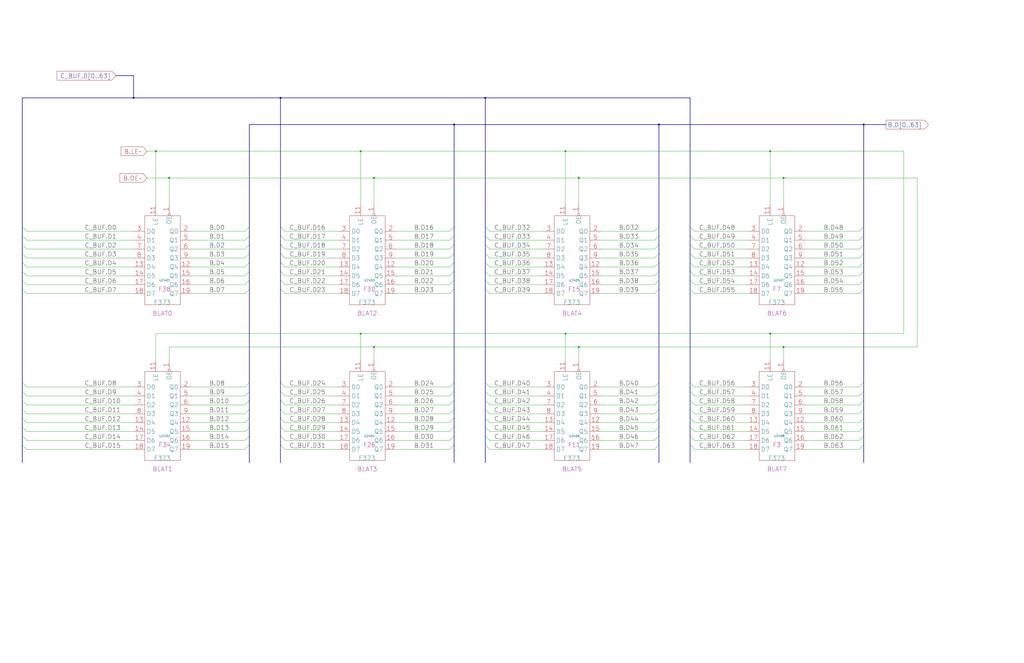
<source format=kicad_sch>
(kicad_sch (version 20220126) (generator eeschema)
  (paper "User" 584.2 378.46)
  (title_block (title "B LATCH") (date "15-MAR-90") (rev "1.0") (comment 1 "TYPE") (comment 2 "232-003062") (comment 3 "S400") (comment 4 "RELEASED"))
  (lib_symbols
    (symbol "r1000:F373" (pin_names (offset 1.016))
      (property "Reference" "U" (at 2.54 5.08 0))
      (property "Value" "F373" (at -3.81 -7.62 0))
      (property "Location" "___" (at -1.27 0 0))
      (property "Name" "______" (at 1.27 -15.24 0))
      (symbol "F373_1_1"
        (rectangle (start -8.89 41.91) (end 11.43 -8.89))
        (circle (center 5.08 42.545) (radius 0.635))
        (pin input line (at 5.08 48.26 270) (length 5.08) (name "OE") (number "1"))
        (pin input line (at -2.54 48.26 270) (length 6.35) (name "LE") (number "11"))
        (pin tri_state line (at 17.78 12.7 180) (length 6.35) (name "Q4") (number "12"))
        (pin input line (at -15.24 12.7 0) (length 6.35) (name "D4") (number "13"))
        (pin input line (at -15.24 7.62 0) (length 6.35) (name "D5") (number "14"))
        (pin tri_state line (at 17.78 7.62 180) (length 6.35) (name "Q5") (number "15"))
        (pin tri_state line (at 17.78 2.54 180) (length 6.35) (name "Q6") (number "16"))
        (pin input line (at -15.24 2.54 0) (length 6.35) (name "D6") (number "17"))
        (pin input line (at -15.24 -2.54 0) (length 6.35) (name "D7") (number "18"))
        (pin tri_state line (at 17.78 -2.54 180) (length 6.35) (name "Q7") (number "19"))
        (pin tri_state line (at 17.78 33.02 180) (length 6.35) (name "Q0") (number "2"))
        (pin input line (at -15.24 33.02 0) (length 6.35) (name "D0") (number "3"))
        (pin input line (at -15.24 27.94 0) (length 6.35) (name "D1") (number "4"))
        (pin tri_state line (at 17.78 27.94 180) (length 6.35) (name "Q1") (number "5"))
        (pin tri_state line (at 17.78 22.86 180) (length 6.35) (name "Q2") (number "6"))
        (pin input line (at -15.24 22.86 0) (length 6.35) (name "D2") (number "7"))
        (pin input line (at -15.24 17.78 0) (length 6.35) (name "D3") (number "8"))
        (pin tri_state line (at 17.78 17.78 180) (length 6.35) (name "Q3") (number "9"))
      )
    )
  )
  (bus (pts (xy 12.7 129.54) (xy 12.7 134.62)))
  (bus (pts (xy 12.7 134.62) (xy 12.7 139.7)))
  (bus (pts (xy 12.7 139.7) (xy 12.7 144.78)))
  (bus (pts (xy 12.7 144.78) (xy 12.7 149.86)))
  (bus (pts (xy 12.7 149.86) (xy 12.7 154.94)))
  (bus (pts (xy 12.7 154.94) (xy 12.7 160.02)))
  (bus (pts (xy 12.7 160.02) (xy 12.7 165.1)))
  (bus (pts (xy 12.7 165.1) (xy 12.7 218.44)))
  (bus (pts (xy 12.7 218.44) (xy 12.7 223.52)))
  (bus (pts (xy 12.7 223.52) (xy 12.7 228.6)))
  (bus (pts (xy 12.7 228.6) (xy 12.7 233.68)))
  (bus (pts (xy 12.7 233.68) (xy 12.7 238.76)))
  (bus (pts (xy 12.7 238.76) (xy 12.7 243.84)))
  (bus (pts (xy 12.7 243.84) (xy 12.7 248.92)))
  (bus (pts (xy 12.7 248.92) (xy 12.7 254)))
  (bus (pts (xy 12.7 254) (xy 12.7 264.16)))
  (bus (pts (xy 12.7 55.88) (xy 12.7 129.54)))
  (bus (pts (xy 12.7 55.88) (xy 76.2 55.88)))
  (bus (pts (xy 142.24 129.54) (xy 142.24 134.62)))
  (bus (pts (xy 142.24 134.62) (xy 142.24 139.7)))
  (bus (pts (xy 142.24 139.7) (xy 142.24 144.78)))
  (bus (pts (xy 142.24 144.78) (xy 142.24 149.86)))
  (bus (pts (xy 142.24 149.86) (xy 142.24 154.94)))
  (bus (pts (xy 142.24 154.94) (xy 142.24 160.02)))
  (bus (pts (xy 142.24 160.02) (xy 142.24 165.1)))
  (bus (pts (xy 142.24 165.1) (xy 142.24 218.44)))
  (bus (pts (xy 142.24 218.44) (xy 142.24 223.52)))
  (bus (pts (xy 142.24 223.52) (xy 142.24 228.6)))
  (bus (pts (xy 142.24 228.6) (xy 142.24 233.68)))
  (bus (pts (xy 142.24 233.68) (xy 142.24 238.76)))
  (bus (pts (xy 142.24 238.76) (xy 142.24 243.84)))
  (bus (pts (xy 142.24 243.84) (xy 142.24 248.92)))
  (bus (pts (xy 142.24 248.92) (xy 142.24 254)))
  (bus (pts (xy 142.24 254) (xy 142.24 264.16)))
  (bus (pts (xy 142.24 71.12) (xy 142.24 129.54)))
  (bus (pts (xy 142.24 71.12) (xy 259.08 71.12)))
  (bus (pts (xy 160.02 129.54) (xy 160.02 134.62)))
  (bus (pts (xy 160.02 134.62) (xy 160.02 139.7)))
  (bus (pts (xy 160.02 139.7) (xy 160.02 144.78)))
  (bus (pts (xy 160.02 144.78) (xy 160.02 149.86)))
  (bus (pts (xy 160.02 149.86) (xy 160.02 154.94)))
  (bus (pts (xy 160.02 154.94) (xy 160.02 160.02)))
  (bus (pts (xy 160.02 160.02) (xy 160.02 165.1)))
  (bus (pts (xy 160.02 165.1) (xy 160.02 218.44)))
  (bus (pts (xy 160.02 218.44) (xy 160.02 223.52)))
  (bus (pts (xy 160.02 223.52) (xy 160.02 228.6)))
  (bus (pts (xy 160.02 228.6) (xy 160.02 233.68)))
  (bus (pts (xy 160.02 233.68) (xy 160.02 238.76)))
  (bus (pts (xy 160.02 238.76) (xy 160.02 243.84)))
  (bus (pts (xy 160.02 243.84) (xy 160.02 248.92)))
  (bus (pts (xy 160.02 248.92) (xy 160.02 254)))
  (bus (pts (xy 160.02 254) (xy 160.02 264.16)))
  (bus (pts (xy 160.02 55.88) (xy 160.02 129.54)))
  (bus (pts (xy 160.02 55.88) (xy 276.86 55.88)))
  (bus (pts (xy 259.08 129.54) (xy 259.08 134.62)))
  (bus (pts (xy 259.08 134.62) (xy 259.08 139.7)))
  (bus (pts (xy 259.08 139.7) (xy 259.08 144.78)))
  (bus (pts (xy 259.08 144.78) (xy 259.08 149.86)))
  (bus (pts (xy 259.08 149.86) (xy 259.08 154.94)))
  (bus (pts (xy 259.08 154.94) (xy 259.08 160.02)))
  (bus (pts (xy 259.08 160.02) (xy 259.08 165.1)))
  (bus (pts (xy 259.08 165.1) (xy 259.08 218.44)))
  (bus (pts (xy 259.08 218.44) (xy 259.08 223.52)))
  (bus (pts (xy 259.08 223.52) (xy 259.08 228.6)))
  (bus (pts (xy 259.08 228.6) (xy 259.08 233.68)))
  (bus (pts (xy 259.08 233.68) (xy 259.08 238.76)))
  (bus (pts (xy 259.08 238.76) (xy 259.08 243.84)))
  (bus (pts (xy 259.08 243.84) (xy 259.08 248.92)))
  (bus (pts (xy 259.08 248.92) (xy 259.08 254)))
  (bus (pts (xy 259.08 254) (xy 259.08 264.16)))
  (bus (pts (xy 259.08 71.12) (xy 259.08 129.54)))
  (bus (pts (xy 259.08 71.12) (xy 375.92 71.12)))
  (bus (pts (xy 276.86 129.54) (xy 276.86 134.62)))
  (bus (pts (xy 276.86 134.62) (xy 276.86 139.7)))
  (bus (pts (xy 276.86 139.7) (xy 276.86 144.78)))
  (bus (pts (xy 276.86 144.78) (xy 276.86 149.86)))
  (bus (pts (xy 276.86 149.86) (xy 276.86 154.94)))
  (bus (pts (xy 276.86 154.94) (xy 276.86 160.02)))
  (bus (pts (xy 276.86 160.02) (xy 276.86 165.1)))
  (bus (pts (xy 276.86 165.1) (xy 276.86 218.44)))
  (bus (pts (xy 276.86 218.44) (xy 276.86 223.52)))
  (bus (pts (xy 276.86 223.52) (xy 276.86 228.6)))
  (bus (pts (xy 276.86 228.6) (xy 276.86 233.68)))
  (bus (pts (xy 276.86 233.68) (xy 276.86 238.76)))
  (bus (pts (xy 276.86 238.76) (xy 276.86 243.84)))
  (bus (pts (xy 276.86 243.84) (xy 276.86 248.92)))
  (bus (pts (xy 276.86 248.92) (xy 276.86 254)))
  (bus (pts (xy 276.86 254) (xy 276.86 264.16)))
  (bus (pts (xy 276.86 55.88) (xy 276.86 129.54)))
  (bus (pts (xy 276.86 55.88) (xy 393.7 55.88)))
  (bus (pts (xy 375.92 129.54) (xy 375.92 134.62)))
  (bus (pts (xy 375.92 134.62) (xy 375.92 139.7)))
  (bus (pts (xy 375.92 139.7) (xy 375.92 144.78)))
  (bus (pts (xy 375.92 144.78) (xy 375.92 149.86)))
  (bus (pts (xy 375.92 149.86) (xy 375.92 154.94)))
  (bus (pts (xy 375.92 154.94) (xy 375.92 160.02)))
  (bus (pts (xy 375.92 160.02) (xy 375.92 165.1)))
  (bus (pts (xy 375.92 165.1) (xy 375.92 218.44)))
  (bus (pts (xy 375.92 218.44) (xy 375.92 223.52)))
  (bus (pts (xy 375.92 223.52) (xy 375.92 228.6)))
  (bus (pts (xy 375.92 228.6) (xy 375.92 233.68)))
  (bus (pts (xy 375.92 233.68) (xy 375.92 238.76)))
  (bus (pts (xy 375.92 238.76) (xy 375.92 243.84)))
  (bus (pts (xy 375.92 243.84) (xy 375.92 248.92)))
  (bus (pts (xy 375.92 248.92) (xy 375.92 254)))
  (bus (pts (xy 375.92 254) (xy 375.92 264.16)))
  (bus (pts (xy 375.92 71.12) (xy 375.92 129.54)))
  (bus (pts (xy 375.92 71.12) (xy 492.76 71.12)))
  (bus (pts (xy 393.7 129.54) (xy 393.7 134.62)))
  (bus (pts (xy 393.7 134.62) (xy 393.7 139.7)))
  (bus (pts (xy 393.7 139.7) (xy 393.7 144.78)))
  (bus (pts (xy 393.7 144.78) (xy 393.7 149.86)))
  (bus (pts (xy 393.7 149.86) (xy 393.7 154.94)))
  (bus (pts (xy 393.7 154.94) (xy 393.7 160.02)))
  (bus (pts (xy 393.7 160.02) (xy 393.7 165.1)))
  (bus (pts (xy 393.7 165.1) (xy 393.7 218.44)))
  (bus (pts (xy 393.7 218.44) (xy 393.7 223.52)))
  (bus (pts (xy 393.7 223.52) (xy 393.7 228.6)))
  (bus (pts (xy 393.7 228.6) (xy 393.7 233.68)))
  (bus (pts (xy 393.7 233.68) (xy 393.7 238.76)))
  (bus (pts (xy 393.7 238.76) (xy 393.7 243.84)))
  (bus (pts (xy 393.7 243.84) (xy 393.7 248.92)))
  (bus (pts (xy 393.7 248.92) (xy 393.7 254)))
  (bus (pts (xy 393.7 254) (xy 393.7 264.16)))
  (bus (pts (xy 393.7 55.88) (xy 393.7 129.54)))
  (bus (pts (xy 492.76 129.54) (xy 492.76 134.62)))
  (bus (pts (xy 492.76 134.62) (xy 492.76 139.7)))
  (bus (pts (xy 492.76 139.7) (xy 492.76 144.78)))
  (bus (pts (xy 492.76 144.78) (xy 492.76 149.86)))
  (bus (pts (xy 492.76 149.86) (xy 492.76 154.94)))
  (bus (pts (xy 492.76 154.94) (xy 492.76 160.02)))
  (bus (pts (xy 492.76 160.02) (xy 492.76 165.1)))
  (bus (pts (xy 492.76 165.1) (xy 492.76 218.44)))
  (bus (pts (xy 492.76 218.44) (xy 492.76 223.52)))
  (bus (pts (xy 492.76 223.52) (xy 492.76 228.6)))
  (bus (pts (xy 492.76 228.6) (xy 492.76 233.68)))
  (bus (pts (xy 492.76 233.68) (xy 492.76 238.76)))
  (bus (pts (xy 492.76 238.76) (xy 492.76 243.84)))
  (bus (pts (xy 492.76 243.84) (xy 492.76 248.92)))
  (bus (pts (xy 492.76 248.92) (xy 492.76 254)))
  (bus (pts (xy 492.76 254) (xy 492.76 264.16)))
  (bus (pts (xy 492.76 71.12) (xy 492.76 129.54)))
  (bus (pts (xy 492.76 71.12) (xy 505.46 71.12)))
  (bus (pts (xy 66.04 43.18) (xy 76.2 43.18)))
  (bus (pts (xy 76.2 43.18) (xy 76.2 55.88)))
  (bus (pts (xy 76.2 55.88) (xy 160.02 55.88)))
  (wire (pts (xy 109.22 132.08) (xy 139.7 132.08)))
  (wire (pts (xy 109.22 137.16) (xy 139.7 137.16)))
  (wire (pts (xy 109.22 142.24) (xy 139.7 142.24)))
  (wire (pts (xy 109.22 147.32) (xy 139.7 147.32)))
  (wire (pts (xy 109.22 152.4) (xy 139.7 152.4)))
  (wire (pts (xy 109.22 157.48) (xy 139.7 157.48)))
  (wire (pts (xy 109.22 162.56) (xy 139.7 162.56)))
  (wire (pts (xy 109.22 167.64) (xy 139.7 167.64)))
  (wire (pts (xy 109.22 220.98) (xy 139.7 220.98)))
  (wire (pts (xy 109.22 226.06) (xy 139.7 226.06)))
  (wire (pts (xy 109.22 231.14) (xy 139.7 231.14)))
  (wire (pts (xy 109.22 236.22) (xy 139.7 236.22)))
  (wire (pts (xy 109.22 241.3) (xy 139.7 241.3)))
  (wire (pts (xy 109.22 246.38) (xy 139.7 246.38)))
  (wire (pts (xy 109.22 251.46) (xy 139.7 251.46)))
  (wire (pts (xy 109.22 256.54) (xy 139.7 256.54)))
  (wire (pts (xy 15.24 132.08) (xy 76.2 132.08)))
  (wire (pts (xy 15.24 137.16) (xy 76.2 137.16)))
  (wire (pts (xy 15.24 142.24) (xy 76.2 142.24)))
  (wire (pts (xy 15.24 147.32) (xy 76.2 147.32)))
  (wire (pts (xy 15.24 152.4) (xy 76.2 152.4)))
  (wire (pts (xy 15.24 157.48) (xy 76.2 157.48)))
  (wire (pts (xy 15.24 162.56) (xy 76.2 162.56)))
  (wire (pts (xy 15.24 167.64) (xy 76.2 167.64)))
  (wire (pts (xy 15.24 220.98) (xy 76.2 220.98)))
  (wire (pts (xy 15.24 226.06) (xy 76.2 226.06)))
  (wire (pts (xy 15.24 231.14) (xy 76.2 231.14)))
  (wire (pts (xy 15.24 236.22) (xy 76.2 236.22)))
  (wire (pts (xy 15.24 241.3) (xy 76.2 241.3)))
  (wire (pts (xy 15.24 246.38) (xy 76.2 246.38)))
  (wire (pts (xy 15.24 251.46) (xy 76.2 251.46)))
  (wire (pts (xy 15.24 256.54) (xy 76.2 256.54)))
  (wire (pts (xy 162.56 132.08) (xy 193.04 132.08)))
  (wire (pts (xy 162.56 137.16) (xy 193.04 137.16)))
  (wire (pts (xy 162.56 142.24) (xy 193.04 142.24)))
  (wire (pts (xy 162.56 147.32) (xy 193.04 147.32)))
  (wire (pts (xy 162.56 152.4) (xy 193.04 152.4)))
  (wire (pts (xy 162.56 157.48) (xy 193.04 157.48)))
  (wire (pts (xy 162.56 162.56) (xy 193.04 162.56)))
  (wire (pts (xy 162.56 167.64) (xy 193.04 167.64)))
  (wire (pts (xy 162.56 220.98) (xy 193.04 220.98)))
  (wire (pts (xy 162.56 226.06) (xy 193.04 226.06)))
  (wire (pts (xy 162.56 231.14) (xy 193.04 231.14)))
  (wire (pts (xy 162.56 236.22) (xy 193.04 236.22)))
  (wire (pts (xy 162.56 241.3) (xy 193.04 241.3)))
  (wire (pts (xy 162.56 246.38) (xy 193.04 246.38)))
  (wire (pts (xy 162.56 251.46) (xy 193.04 251.46)))
  (wire (pts (xy 162.56 256.54) (xy 193.04 256.54)))
  (wire (pts (xy 205.74 190.5) (xy 205.74 205.74)))
  (wire (pts (xy 205.74 190.5) (xy 88.9 190.5)))
  (wire (pts (xy 205.74 86.36) (xy 205.74 116.84)))
  (wire (pts (xy 205.74 86.36) (xy 322.58 86.36)))
  (wire (pts (xy 213.36 101.6) (xy 213.36 116.84)))
  (wire (pts (xy 213.36 101.6) (xy 330.2 101.6)))
  (wire (pts (xy 213.36 198.12) (xy 213.36 205.74)))
  (wire (pts (xy 213.36 198.12) (xy 96.52 198.12)))
  (wire (pts (xy 226.06 132.08) (xy 256.54 132.08)))
  (wire (pts (xy 226.06 137.16) (xy 256.54 137.16)))
  (wire (pts (xy 226.06 142.24) (xy 256.54 142.24)))
  (wire (pts (xy 226.06 147.32) (xy 256.54 147.32)))
  (wire (pts (xy 226.06 152.4) (xy 256.54 152.4)))
  (wire (pts (xy 226.06 157.48) (xy 256.54 157.48)))
  (wire (pts (xy 226.06 162.56) (xy 256.54 162.56)))
  (wire (pts (xy 226.06 167.64) (xy 256.54 167.64)))
  (wire (pts (xy 226.06 220.98) (xy 256.54 220.98)))
  (wire (pts (xy 226.06 226.06) (xy 256.54 226.06)))
  (wire (pts (xy 226.06 231.14) (xy 256.54 231.14)))
  (wire (pts (xy 226.06 236.22) (xy 256.54 236.22)))
  (wire (pts (xy 226.06 241.3) (xy 256.54 241.3)))
  (wire (pts (xy 226.06 246.38) (xy 256.54 246.38)))
  (wire (pts (xy 226.06 251.46) (xy 256.54 251.46)))
  (wire (pts (xy 226.06 256.54) (xy 256.54 256.54)))
  (wire (pts (xy 279.4 132.08) (xy 309.88 132.08)))
  (wire (pts (xy 279.4 137.16) (xy 309.88 137.16)))
  (wire (pts (xy 279.4 142.24) (xy 309.88 142.24)))
  (wire (pts (xy 279.4 147.32) (xy 309.88 147.32)))
  (wire (pts (xy 279.4 152.4) (xy 309.88 152.4)))
  (wire (pts (xy 279.4 157.48) (xy 309.88 157.48)))
  (wire (pts (xy 279.4 162.56) (xy 309.88 162.56)))
  (wire (pts (xy 279.4 167.64) (xy 309.88 167.64)))
  (wire (pts (xy 279.4 220.98) (xy 309.88 220.98)))
  (wire (pts (xy 279.4 226.06) (xy 309.88 226.06)))
  (wire (pts (xy 279.4 231.14) (xy 309.88 231.14)))
  (wire (pts (xy 279.4 236.22) (xy 309.88 236.22)))
  (wire (pts (xy 279.4 241.3) (xy 309.88 241.3)))
  (wire (pts (xy 279.4 246.38) (xy 309.88 246.38)))
  (wire (pts (xy 279.4 251.46) (xy 309.88 251.46)))
  (wire (pts (xy 279.4 256.54) (xy 309.88 256.54)))
  (wire (pts (xy 322.58 190.5) (xy 205.74 190.5)))
  (wire (pts (xy 322.58 190.5) (xy 322.58 205.74)))
  (wire (pts (xy 322.58 86.36) (xy 322.58 116.84)))
  (wire (pts (xy 322.58 86.36) (xy 439.42 86.36)))
  (wire (pts (xy 330.2 101.6) (xy 330.2 116.84)))
  (wire (pts (xy 330.2 101.6) (xy 447.04 101.6)))
  (wire (pts (xy 330.2 198.12) (xy 213.36 198.12)))
  (wire (pts (xy 330.2 198.12) (xy 330.2 205.74)))
  (wire (pts (xy 342.9 132.08) (xy 373.38 132.08)))
  (wire (pts (xy 342.9 137.16) (xy 373.38 137.16)))
  (wire (pts (xy 342.9 142.24) (xy 373.38 142.24)))
  (wire (pts (xy 342.9 147.32) (xy 373.38 147.32)))
  (wire (pts (xy 342.9 152.4) (xy 373.38 152.4)))
  (wire (pts (xy 342.9 157.48) (xy 373.38 157.48)))
  (wire (pts (xy 342.9 162.56) (xy 373.38 162.56)))
  (wire (pts (xy 342.9 167.64) (xy 373.38 167.64)))
  (wire (pts (xy 342.9 220.98) (xy 373.38 220.98)))
  (wire (pts (xy 342.9 226.06) (xy 373.38 226.06)))
  (wire (pts (xy 342.9 231.14) (xy 373.38 231.14)))
  (wire (pts (xy 342.9 236.22) (xy 373.38 236.22)))
  (wire (pts (xy 342.9 241.3) (xy 373.38 241.3)))
  (wire (pts (xy 342.9 246.38) (xy 373.38 246.38)))
  (wire (pts (xy 342.9 251.46) (xy 373.38 251.46)))
  (wire (pts (xy 342.9 256.54) (xy 373.38 256.54)))
  (wire (pts (xy 396.24 132.08) (xy 426.72 132.08)))
  (wire (pts (xy 396.24 137.16) (xy 426.72 137.16)))
  (wire (pts (xy 396.24 142.24) (xy 426.72 142.24)))
  (wire (pts (xy 396.24 147.32) (xy 426.72 147.32)))
  (wire (pts (xy 396.24 152.4) (xy 426.72 152.4)))
  (wire (pts (xy 396.24 157.48) (xy 426.72 157.48)))
  (wire (pts (xy 396.24 162.56) (xy 426.72 162.56)))
  (wire (pts (xy 396.24 167.64) (xy 426.72 167.64)))
  (wire (pts (xy 396.24 220.98) (xy 426.72 220.98)))
  (wire (pts (xy 396.24 226.06) (xy 426.72 226.06)))
  (wire (pts (xy 396.24 231.14) (xy 426.72 231.14)))
  (wire (pts (xy 396.24 236.22) (xy 426.72 236.22)))
  (wire (pts (xy 396.24 241.3) (xy 426.72 241.3)))
  (wire (pts (xy 396.24 246.38) (xy 426.72 246.38)))
  (wire (pts (xy 396.24 251.46) (xy 426.72 251.46)))
  (wire (pts (xy 396.24 256.54) (xy 426.72 256.54)))
  (wire (pts (xy 439.42 190.5) (xy 322.58 190.5)))
  (wire (pts (xy 439.42 190.5) (xy 439.42 205.74)))
  (wire (pts (xy 439.42 86.36) (xy 439.42 116.84)))
  (wire (pts (xy 439.42 86.36) (xy 515.62 86.36)))
  (wire (pts (xy 447.04 101.6) (xy 447.04 116.84)))
  (wire (pts (xy 447.04 101.6) (xy 523.24 101.6)))
  (wire (pts (xy 447.04 198.12) (xy 330.2 198.12)))
  (wire (pts (xy 447.04 198.12) (xy 447.04 205.74)))
  (wire (pts (xy 459.74 132.08) (xy 490.22 132.08)))
  (wire (pts (xy 459.74 137.16) (xy 490.22 137.16)))
  (wire (pts (xy 459.74 142.24) (xy 490.22 142.24)))
  (wire (pts (xy 459.74 147.32) (xy 490.22 147.32)))
  (wire (pts (xy 459.74 152.4) (xy 490.22 152.4)))
  (wire (pts (xy 459.74 157.48) (xy 490.22 157.48)))
  (wire (pts (xy 459.74 162.56) (xy 490.22 162.56)))
  (wire (pts (xy 459.74 167.64) (xy 490.22 167.64)))
  (wire (pts (xy 459.74 220.98) (xy 490.22 220.98)))
  (wire (pts (xy 459.74 226.06) (xy 490.22 226.06)))
  (wire (pts (xy 459.74 231.14) (xy 490.22 231.14)))
  (wire (pts (xy 459.74 236.22) (xy 490.22 236.22)))
  (wire (pts (xy 459.74 241.3) (xy 490.22 241.3)))
  (wire (pts (xy 459.74 246.38) (xy 490.22 246.38)))
  (wire (pts (xy 459.74 251.46) (xy 490.22 251.46)))
  (wire (pts (xy 459.74 256.54) (xy 490.22 256.54)))
  (wire (pts (xy 515.62 190.5) (xy 439.42 190.5)))
  (wire (pts (xy 515.62 86.36) (xy 515.62 190.5)))
  (wire (pts (xy 523.24 101.6) (xy 523.24 198.12)))
  (wire (pts (xy 523.24 198.12) (xy 447.04 198.12)))
  (wire (pts (xy 83.82 101.6) (xy 96.52 101.6)))
  (wire (pts (xy 83.82 86.36) (xy 88.9 86.36)))
  (wire (pts (xy 88.9 190.5) (xy 88.9 205.74)))
  (wire (pts (xy 88.9 86.36) (xy 205.74 86.36)))
  (wire (pts (xy 88.9 86.36) (xy 88.9 116.84)))
  (wire (pts (xy 96.52 101.6) (xy 213.36 101.6)))
  (wire (pts (xy 96.52 101.6) (xy 96.52 116.84)))
  (wire (pts (xy 96.52 198.12) (xy 96.52 205.74)))
  (bus_entry (at 12.7 129.54) (size 2.54 2.54))
  (bus_entry (at 12.7 134.62) (size 2.54 2.54))
  (bus_entry (at 12.7 139.7) (size 2.54 2.54))
  (bus_entry (at 12.7 144.78) (size 2.54 2.54))
  (bus_entry (at 12.7 149.86) (size 2.54 2.54))
  (bus_entry (at 12.7 154.94) (size 2.54 2.54))
  (bus_entry (at 12.7 160.02) (size 2.54 2.54))
  (bus_entry (at 12.7 165.1) (size 2.54 2.54))
  (bus_entry (at 12.7 218.44) (size 2.54 2.54))
  (bus_entry (at 12.7 223.52) (size 2.54 2.54))
  (bus_entry (at 12.7 228.6) (size 2.54 2.54))
  (bus_entry (at 12.7 233.68) (size 2.54 2.54))
  (bus_entry (at 12.7 238.76) (size 2.54 2.54))
  (bus_entry (at 12.7 243.84) (size 2.54 2.54))
  (bus_entry (at 12.7 248.92) (size 2.54 2.54))
  (bus_entry (at 12.7 254) (size 2.54 2.54))
  (label "C_BUF.D0" (at 48.26 132.08 0) (effects (font (size 2.54 2.54))))
  (label "C_BUF.D1" (at 48.26 137.16 0) (effects (font (size 2.54 2.54))))
  (label "C_BUF.D2" (at 48.26 142.24 0) (effects (font (size 2.54 2.54))))
  (label "C_BUF.D3" (at 48.26 147.32 0) (effects (font (size 2.54 2.54))))
  (label "C_BUF.D4" (at 48.26 152.4 0) (effects (font (size 2.54 2.54))))
  (label "C_BUF.D5" (at 48.26 157.48 0) (effects (font (size 2.54 2.54))))
  (label "C_BUF.D6" (at 48.26 162.56 0) (effects (font (size 2.54 2.54))))
  (label "C_BUF.D7" (at 48.26 167.64 0) (effects (font (size 2.54 2.54))))
  (label "C_BUF.D8" (at 48.26 220.98 0) (effects (font (size 2.54 2.54))))
  (label "C_BUF.D9" (at 48.26 226.06 0) (effects (font (size 2.54 2.54))))
  (label "C_BUF.D10" (at 48.26 231.14 0) (effects (font (size 2.54 2.54))))
  (label "C_BUF.D11" (at 48.26 236.22 0) (effects (font (size 2.54 2.54))))
  (label "C_BUF.D12" (at 48.26 241.3 0) (effects (font (size 2.54 2.54))))
  (label "C_BUF.D13" (at 48.26 246.38 0) (effects (font (size 2.54 2.54))))
  (label "C_BUF.D14" (at 48.26 251.46 0) (effects (font (size 2.54 2.54))))
  (label "C_BUF.D15" (at 48.26 256.54 0) (effects (font (size 2.54 2.54))))
  (global_label "C_BUF.D[0..63]" (shape input) (at 66.04 43.18 180) (effects (font (size 2.54 2.54))) (property "Intersheet References" "${INTERSHEET_REFS}" (at 32.5483 43.0213 0) (effects (font (size 2.54 2.54)) (justify right))))
  (junction (at 76.2 55.88))
  (global_label "B.LE~" (shape input) (at 83.82 86.36 180) (effects (font (size 2.54 2.54))) (property "Intersheet References" "${INTERSHEET_REFS}" (at 69.0759 86.2013 0) (effects (font (size 2.54 2.54)) (justify right))))
  (global_label "B.OE~" (shape input) (at 83.82 101.6 180) (effects (font (size 2.54 2.54))) (property "Intersheet References" "${INTERSHEET_REFS}" (at 68.4711 101.4413 0) (effects (font (size 2.54 2.54)) (justify right))))
  (junction (at 88.9 86.36))
  (symbol (lib_id "r1000:F373") (at 91.44 165.1 0) (unit 1)
    (property "Reference" "U2401" (at 93.98 160.02 0))
    (property "Value" "F373" (at 87.63 172.72 0) (effects (font (size 2.54 2.54)) (justify left)))
    (property "Location" "F38" (at 90.17 165.1 0) (effects (font (size 2.54 2.54)) (justify left)))
    (property "Name" "BLAT0" (at 92.71 180.34 0) (effects (font (size 2.54 2.54)) (justify bottom)))
  )
  (symbol (lib_id "r1000:F373") (at 91.44 254 0) (unit 1)
    (property "Reference" "U2402" (at 93.98 248.92 0))
    (property "Value" "F373" (at 87.63 261.62 0) (effects (font (size 2.54 2.54)) (justify left)))
    (property "Location" "F34" (at 90.17 254 0) (effects (font (size 2.54 2.54)) (justify left)))
    (property "Name" "BLAT1" (at 92.71 269.24 0) (effects (font (size 2.54 2.54)) (justify bottom)))
  )
  (junction (at 96.52 101.6))
  (label "B.D0" (at 119.38 132.08 0) (effects (font (size 2.54 2.54))))
  (label "B.D1" (at 119.38 137.16 0) (effects (font (size 2.54 2.54))))
  (label "B.D2" (at 119.38 142.24 0) (effects (font (size 2.54 2.54))))
  (label "B.D3" (at 119.38 147.32 0) (effects (font (size 2.54 2.54))))
  (label "B.D4" (at 119.38 152.4 0) (effects (font (size 2.54 2.54))))
  (label "B.D5" (at 119.38 157.48 0) (effects (font (size 2.54 2.54))))
  (label "B.D6" (at 119.38 162.56 0) (effects (font (size 2.54 2.54))))
  (label "B.D7" (at 119.38 167.64 0) (effects (font (size 2.54 2.54))))
  (label "B.D8" (at 119.38 220.98 0) (effects (font (size 2.54 2.54))))
  (label "B.D9" (at 119.38 226.06 0) (effects (font (size 2.54 2.54))))
  (label "B.D10" (at 119.38 231.14 0) (effects (font (size 2.54 2.54))))
  (label "B.D11" (at 119.38 236.22 0) (effects (font (size 2.54 2.54))))
  (label "B.D12" (at 119.38 241.3 0) (effects (font (size 2.54 2.54))))
  (label "B.D13" (at 119.38 246.38 0) (effects (font (size 2.54 2.54))))
  (label "B.D14" (at 119.38 251.46 0) (effects (font (size 2.54 2.54))))
  (label "B.D15" (at 119.38 256.54 0) (effects (font (size 2.54 2.54))))
  (bus_entry (at 142.24 129.54) (size -2.54 2.54))
  (bus_entry (at 142.24 134.62) (size -2.54 2.54))
  (bus_entry (at 142.24 139.7) (size -2.54 2.54))
  (bus_entry (at 142.24 144.78) (size -2.54 2.54))
  (bus_entry (at 142.24 149.86) (size -2.54 2.54))
  (bus_entry (at 142.24 154.94) (size -2.54 2.54))
  (bus_entry (at 142.24 160.02) (size -2.54 2.54))
  (bus_entry (at 142.24 165.1) (size -2.54 2.54))
  (bus_entry (at 142.24 218.44) (size -2.54 2.54))
  (bus_entry (at 142.24 223.52) (size -2.54 2.54))
  (bus_entry (at 142.24 228.6) (size -2.54 2.54))
  (bus_entry (at 142.24 233.68) (size -2.54 2.54))
  (bus_entry (at 142.24 238.76) (size -2.54 2.54))
  (bus_entry (at 142.24 243.84) (size -2.54 2.54))
  (bus_entry (at 142.24 248.92) (size -2.54 2.54))
  (bus_entry (at 142.24 254) (size -2.54 2.54))
  (junction (at 160.02 55.88))
  (bus_entry (at 160.02 129.54) (size 2.54 2.54))
  (bus_entry (at 160.02 134.62) (size 2.54 2.54))
  (bus_entry (at 160.02 139.7) (size 2.54 2.54))
  (bus_entry (at 160.02 144.78) (size 2.54 2.54))
  (bus_entry (at 160.02 149.86) (size 2.54 2.54))
  (bus_entry (at 160.02 154.94) (size 2.54 2.54))
  (bus_entry (at 160.02 160.02) (size 2.54 2.54))
  (bus_entry (at 160.02 165.1) (size 2.54 2.54))
  (bus_entry (at 160.02 218.44) (size 2.54 2.54))
  (bus_entry (at 160.02 223.52) (size 2.54 2.54))
  (bus_entry (at 160.02 228.6) (size 2.54 2.54))
  (bus_entry (at 160.02 233.68) (size 2.54 2.54))
  (bus_entry (at 160.02 238.76) (size 2.54 2.54))
  (bus_entry (at 160.02 243.84) (size 2.54 2.54))
  (bus_entry (at 160.02 248.92) (size 2.54 2.54))
  (bus_entry (at 160.02 254) (size 2.54 2.54))
  (label "C_BUF.D16" (at 165.1 132.08 0) (effects (font (size 2.54 2.54))))
  (label "C_BUF.D17" (at 165.1 137.16 0) (effects (font (size 2.54 2.54))))
  (label "C_BUF.D18" (at 165.1 142.24 0) (effects (font (size 2.54 2.54))))
  (label "C_BUF.D19" (at 165.1 147.32 0) (effects (font (size 2.54 2.54))))
  (label "C_BUF.D20" (at 165.1 152.4 0) (effects (font (size 2.54 2.54))))
  (label "C_BUF.D21" (at 165.1 157.48 0) (effects (font (size 2.54 2.54))))
  (label "C_BUF.D22" (at 165.1 162.56 0) (effects (font (size 2.54 2.54))))
  (label "C_BUF.D23" (at 165.1 167.64 0) (effects (font (size 2.54 2.54))))
  (label "C_BUF.D24" (at 165.1 220.98 0) (effects (font (size 2.54 2.54))))
  (label "C_BUF.D25" (at 165.1 226.06 0) (effects (font (size 2.54 2.54))))
  (label "C_BUF.D26" (at 165.1 231.14 0) (effects (font (size 2.54 2.54))))
  (label "C_BUF.D27" (at 165.1 236.22 0) (effects (font (size 2.54 2.54))))
  (label "C_BUF.D28" (at 165.1 241.3 0) (effects (font (size 2.54 2.54))))
  (label "C_BUF.D29" (at 165.1 246.38 0) (effects (font (size 2.54 2.54))))
  (label "C_BUF.D30" (at 165.1 251.46 0) (effects (font (size 2.54 2.54))))
  (label "C_BUF.D31" (at 165.1 256.54 0) (effects (font (size 2.54 2.54))))
  (junction (at 205.74 86.36))
  (junction (at 205.74 190.5))
  (symbol (lib_id "r1000:F373") (at 208.28 165.1 0) (unit 1)
    (property "Reference" "U2403" (at 210.82 160.02 0))
    (property "Value" "F373" (at 204.47 172.72 0) (effects (font (size 2.54 2.54)) (justify left)))
    (property "Location" "F30" (at 207.01 165.1 0) (effects (font (size 2.54 2.54)) (justify left)))
    (property "Name" "BLAT2" (at 209.55 180.34 0) (effects (font (size 2.54 2.54)) (justify bottom)))
  )
  (symbol (lib_id "r1000:F373") (at 208.28 254 0) (unit 1)
    (property "Reference" "U2404" (at 210.82 248.92 0))
    (property "Value" "F373" (at 204.47 261.62 0) (effects (font (size 2.54 2.54)) (justify left)))
    (property "Location" "F26" (at 207.01 254 0) (effects (font (size 2.54 2.54)) (justify left)))
    (property "Name" "BLAT3" (at 209.55 269.24 0) (effects (font (size 2.54 2.54)) (justify bottom)))
  )
  (junction (at 213.36 101.6))
  (junction (at 213.36 198.12))
  (label "B.D16" (at 236.22 132.08 0) (effects (font (size 2.54 2.54))))
  (label "B.D17" (at 236.22 137.16 0) (effects (font (size 2.54 2.54))))
  (label "B.D18" (at 236.22 142.24 0) (effects (font (size 2.54 2.54))))
  (label "B.D19" (at 236.22 147.32 0) (effects (font (size 2.54 2.54))))
  (label "B.D20" (at 236.22 152.4 0) (effects (font (size 2.54 2.54))))
  (label "B.D21" (at 236.22 157.48 0) (effects (font (size 2.54 2.54))))
  (label "B.D22" (at 236.22 162.56 0) (effects (font (size 2.54 2.54))))
  (label "B.D23" (at 236.22 167.64 0) (effects (font (size 2.54 2.54))))
  (label "B.D24" (at 236.22 220.98 0) (effects (font (size 2.54 2.54))))
  (label "B.D25" (at 236.22 226.06 0) (effects (font (size 2.54 2.54))))
  (label "B.D26" (at 236.22 231.14 0) (effects (font (size 2.54 2.54))))
  (label "B.D27" (at 236.22 236.22 0) (effects (font (size 2.54 2.54))))
  (label "B.D28" (at 236.22 241.3 0) (effects (font (size 2.54 2.54))))
  (label "B.D29" (at 236.22 246.38 0) (effects (font (size 2.54 2.54))))
  (label "B.D30" (at 236.22 251.46 0) (effects (font (size 2.54 2.54))))
  (label "B.D31" (at 236.22 256.54 0) (effects (font (size 2.54 2.54))))
  (junction (at 259.08 71.12))
  (bus_entry (at 259.08 129.54) (size -2.54 2.54))
  (bus_entry (at 259.08 134.62) (size -2.54 2.54))
  (bus_entry (at 259.08 139.7) (size -2.54 2.54))
  (bus_entry (at 259.08 144.78) (size -2.54 2.54))
  (bus_entry (at 259.08 149.86) (size -2.54 2.54))
  (bus_entry (at 259.08 154.94) (size -2.54 2.54))
  (bus_entry (at 259.08 160.02) (size -2.54 2.54))
  (bus_entry (at 259.08 165.1) (size -2.54 2.54))
  (bus_entry (at 259.08 218.44) (size -2.54 2.54))
  (bus_entry (at 259.08 223.52) (size -2.54 2.54))
  (bus_entry (at 259.08 228.6) (size -2.54 2.54))
  (bus_entry (at 259.08 233.68) (size -2.54 2.54))
  (bus_entry (at 259.08 238.76) (size -2.54 2.54))
  (bus_entry (at 259.08 243.84) (size -2.54 2.54))
  (bus_entry (at 259.08 248.92) (size -2.54 2.54))
  (bus_entry (at 259.08 254) (size -2.54 2.54))
  (junction (at 276.86 55.88))
  (bus_entry (at 276.86 129.54) (size 2.54 2.54))
  (bus_entry (at 276.86 134.62) (size 2.54 2.54))
  (bus_entry (at 276.86 139.7) (size 2.54 2.54))
  (bus_entry (at 276.86 144.78) (size 2.54 2.54))
  (bus_entry (at 276.86 149.86) (size 2.54 2.54))
  (bus_entry (at 276.86 154.94) (size 2.54 2.54))
  (bus_entry (at 276.86 160.02) (size 2.54 2.54))
  (bus_entry (at 276.86 165.1) (size 2.54 2.54))
  (bus_entry (at 276.86 218.44) (size 2.54 2.54))
  (bus_entry (at 276.86 223.52) (size 2.54 2.54))
  (bus_entry (at 276.86 228.6) (size 2.54 2.54))
  (bus_entry (at 276.86 233.68) (size 2.54 2.54))
  (bus_entry (at 276.86 238.76) (size 2.54 2.54))
  (bus_entry (at 276.86 243.84) (size 2.54 2.54))
  (bus_entry (at 276.86 248.92) (size 2.54 2.54))
  (bus_entry (at 276.86 254) (size 2.54 2.54))
  (label "C_BUF.D32" (at 281.94 132.08 0) (effects (font (size 2.54 2.54))))
  (label "C_BUF.D33" (at 281.94 137.16 0) (effects (font (size 2.54 2.54))))
  (label "C_BUF.D34" (at 281.94 142.24 0) (effects (font (size 2.54 2.54))))
  (label "C_BUF.D35" (at 281.94 147.32 0) (effects (font (size 2.54 2.54))))
  (label "C_BUF.D36" (at 281.94 152.4 0) (effects (font (size 2.54 2.54))))
  (label "C_BUF.D37" (at 281.94 157.48 0) (effects (font (size 2.54 2.54))))
  (label "C_BUF.D38" (at 281.94 162.56 0) (effects (font (size 2.54 2.54))))
  (label "C_BUF.D39" (at 281.94 167.64 0) (effects (font (size 2.54 2.54))))
  (label "C_BUF.D40" (at 281.94 220.98 0) (effects (font (size 2.54 2.54))))
  (label "C_BUF.D41" (at 281.94 226.06 0) (effects (font (size 2.54 2.54))))
  (label "C_BUF.D42" (at 281.94 231.14 0) (effects (font (size 2.54 2.54))))
  (label "C_BUF.D43" (at 281.94 236.22 0) (effects (font (size 2.54 2.54))))
  (label "C_BUF.D44" (at 281.94 241.3 0) (effects (font (size 2.54 2.54))))
  (label "C_BUF.D45" (at 281.94 246.38 0) (effects (font (size 2.54 2.54))))
  (label "C_BUF.D46" (at 281.94 251.46 0) (effects (font (size 2.54 2.54))))
  (label "C_BUF.D47" (at 281.94 256.54 0) (effects (font (size 2.54 2.54))))
  (junction (at 322.58 86.36))
  (junction (at 322.58 190.5))
  (symbol (lib_id "r1000:F373") (at 325.12 165.1 0) (unit 1)
    (property "Reference" "U2405" (at 327.66 160.02 0))
    (property "Value" "F373" (at 321.31 172.72 0) (effects (font (size 2.54 2.54)) (justify left)))
    (property "Location" "F15" (at 323.85 165.1 0) (effects (font (size 2.54 2.54)) (justify left)))
    (property "Name" "BLAT4" (at 326.39 180.34 0) (effects (font (size 2.54 2.54)) (justify bottom)))
  )
  (symbol (lib_id "r1000:F373") (at 325.12 254 0) (unit 1)
    (property "Reference" "U2406" (at 327.66 248.92 0))
    (property "Value" "F373" (at 321.31 261.62 0) (effects (font (size 2.54 2.54)) (justify left)))
    (property "Location" "F11" (at 323.85 254 0) (effects (font (size 2.54 2.54)) (justify left)))
    (property "Name" "BLAT5" (at 326.39 269.24 0) (effects (font (size 2.54 2.54)) (justify bottom)))
  )
  (junction (at 330.2 101.6))
  (junction (at 330.2 198.12))
  (label "B.D32" (at 353.06 132.08 0) (effects (font (size 2.54 2.54))))
  (label "B.D33" (at 353.06 137.16 0) (effects (font (size 2.54 2.54))))
  (label "B.D34" (at 353.06 142.24 0) (effects (font (size 2.54 2.54))))
  (label "B.D35" (at 353.06 147.32 0) (effects (font (size 2.54 2.54))))
  (label "B.D36" (at 353.06 152.4 0) (effects (font (size 2.54 2.54))))
  (label "B.D37" (at 353.06 157.48 0) (effects (font (size 2.54 2.54))))
  (label "B.D38" (at 353.06 162.56 0) (effects (font (size 2.54 2.54))))
  (label "B.D39" (at 353.06 167.64 0) (effects (font (size 2.54 2.54))))
  (label "B.D40" (at 353.06 220.98 0) (effects (font (size 2.54 2.54))))
  (label "B.D41" (at 353.06 226.06 0) (effects (font (size 2.54 2.54))))
  (label "B.D42" (at 353.06 231.14 0) (effects (font (size 2.54 2.54))))
  (label "B.D43" (at 353.06 236.22 0) (effects (font (size 2.54 2.54))))
  (label "B.D44" (at 353.06 241.3 0) (effects (font (size 2.54 2.54))))
  (label "B.D45" (at 353.06 246.38 0) (effects (font (size 2.54 2.54))))
  (label "B.D46" (at 353.06 251.46 0) (effects (font (size 2.54 2.54))))
  (label "B.D47" (at 353.06 256.54 0) (effects (font (size 2.54 2.54))))
  (junction (at 375.92 71.12))
  (bus_entry (at 375.92 129.54) (size -2.54 2.54))
  (bus_entry (at 375.92 134.62) (size -2.54 2.54))
  (bus_entry (at 375.92 139.7) (size -2.54 2.54))
  (bus_entry (at 375.92 144.78) (size -2.54 2.54))
  (bus_entry (at 375.92 149.86) (size -2.54 2.54))
  (bus_entry (at 375.92 154.94) (size -2.54 2.54))
  (bus_entry (at 375.92 160.02) (size -2.54 2.54))
  (bus_entry (at 375.92 165.1) (size -2.54 2.54))
  (bus_entry (at 375.92 218.44) (size -2.54 2.54))
  (bus_entry (at 375.92 223.52) (size -2.54 2.54))
  (bus_entry (at 375.92 228.6) (size -2.54 2.54))
  (bus_entry (at 375.92 233.68) (size -2.54 2.54))
  (bus_entry (at 375.92 238.76) (size -2.54 2.54))
  (bus_entry (at 375.92 243.84) (size -2.54 2.54))
  (bus_entry (at 375.92 248.92) (size -2.54 2.54))
  (bus_entry (at 375.92 254) (size -2.54 2.54))
  (bus_entry (at 393.7 129.54) (size 2.54 2.54))
  (bus_entry (at 393.7 134.62) (size 2.54 2.54))
  (bus_entry (at 393.7 139.7) (size 2.54 2.54))
  (bus_entry (at 393.7 144.78) (size 2.54 2.54))
  (bus_entry (at 393.7 149.86) (size 2.54 2.54))
  (bus_entry (at 393.7 154.94) (size 2.54 2.54))
  (bus_entry (at 393.7 160.02) (size 2.54 2.54))
  (bus_entry (at 393.7 165.1) (size 2.54 2.54))
  (bus_entry (at 393.7 218.44) (size 2.54 2.54))
  (bus_entry (at 393.7 223.52) (size 2.54 2.54))
  (bus_entry (at 393.7 228.6) (size 2.54 2.54))
  (bus_entry (at 393.7 233.68) (size 2.54 2.54))
  (bus_entry (at 393.7 238.76) (size 2.54 2.54))
  (bus_entry (at 393.7 243.84) (size 2.54 2.54))
  (bus_entry (at 393.7 248.92) (size 2.54 2.54))
  (bus_entry (at 393.7 254) (size 2.54 2.54))
  (label "C_BUF.D48" (at 398.78 132.08 0) (effects (font (size 2.54 2.54))))
  (label "C_BUF.D49" (at 398.78 137.16 0) (effects (font (size 2.54 2.54))))
  (label "C_BUF.D50" (at 398.78 142.24 0) (effects (font (size 2.54 2.54))))
  (label "C_BUF.D51" (at 398.78 147.32 0) (effects (font (size 2.54 2.54))))
  (label "C_BUF.D52" (at 398.78 152.4 0) (effects (font (size 2.54 2.54))))
  (label "C_BUF.D53" (at 398.78 157.48 0) (effects (font (size 2.54 2.54))))
  (label "C_BUF.D54" (at 398.78 162.56 0) (effects (font (size 2.54 2.54))))
  (label "C_BUF.D55" (at 398.78 167.64 0) (effects (font (size 2.54 2.54))))
  (label "C_BUF.D56" (at 398.78 220.98 0) (effects (font (size 2.54 2.54))))
  (label "C_BUF.D57" (at 398.78 226.06 0) (effects (font (size 2.54 2.54))))
  (label "C_BUF.D58" (at 398.78 231.14 0) (effects (font (size 2.54 2.54))))
  (label "C_BUF.D59" (at 398.78 236.22 0) (effects (font (size 2.54 2.54))))
  (label "C_BUF.D60" (at 398.78 241.3 0) (effects (font (size 2.54 2.54))))
  (label "C_BUF.D61" (at 398.78 246.38 0) (effects (font (size 2.54 2.54))))
  (label "C_BUF.D62" (at 398.78 251.46 0) (effects (font (size 2.54 2.54))))
  (label "C_BUF.D63" (at 398.78 256.54 0) (effects (font (size 2.54 2.54))))
  (junction (at 439.42 86.36))
  (junction (at 439.42 190.5))
  (symbol (lib_id "r1000:F373") (at 441.96 165.1 0) (unit 1)
    (property "Reference" "U2407" (at 444.5 160.02 0))
    (property "Value" "F373" (at 438.15 172.72 0) (effects (font (size 2.54 2.54)) (justify left)))
    (property "Location" "F7" (at 440.69 165.1 0) (effects (font (size 2.54 2.54)) (justify left)))
    (property "Name" "BLAT6" (at 443.23 180.34 0) (effects (font (size 2.54 2.54)) (justify bottom)))
  )
  (symbol (lib_id "r1000:F373") (at 441.96 254 0) (unit 1)
    (property "Reference" "U2408" (at 444.5 248.92 0))
    (property "Value" "F373" (at 438.15 261.62 0) (effects (font (size 2.54 2.54)) (justify left)))
    (property "Location" "F3" (at 440.69 254 0) (effects (font (size 2.54 2.54)) (justify left)))
    (property "Name" "BLAT7" (at 443.23 269.24 0) (effects (font (size 2.54 2.54)) (justify bottom)))
  )
  (junction (at 447.04 101.6))
  (junction (at 447.04 198.12))
  (label "B.D48" (at 469.9 132.08 0) (effects (font (size 2.54 2.54))))
  (label "B.D49" (at 469.9 137.16 0) (effects (font (size 2.54 2.54))))
  (label "B.D50" (at 469.9 142.24 0) (effects (font (size 2.54 2.54))))
  (label "B.D51" (at 469.9 147.32 0) (effects (font (size 2.54 2.54))))
  (label "B.D52" (at 469.9 152.4 0) (effects (font (size 2.54 2.54))))
  (label "B.D53" (at 469.9 157.48 0) (effects (font (size 2.54 2.54))))
  (label "B.D54" (at 469.9 162.56 0) (effects (font (size 2.54 2.54))))
  (label "B.D55" (at 469.9 167.64 0) (effects (font (size 2.54 2.54))))
  (label "B.D56" (at 469.9 220.98 0) (effects (font (size 2.54 2.54))))
  (label "B.D57" (at 469.9 226.06 0) (effects (font (size 2.54 2.54))))
  (label "B.D58" (at 469.9 231.14 0) (effects (font (size 2.54 2.54))))
  (label "B.D59" (at 469.9 236.22 0) (effects (font (size 2.54 2.54))))
  (label "B.D60" (at 469.9 241.3 0) (effects (font (size 2.54 2.54))))
  (label "B.D61" (at 469.9 246.38 0) (effects (font (size 2.54 2.54))))
  (label "B.D62" (at 469.9 251.46 0) (effects (font (size 2.54 2.54))))
  (label "B.D63" (at 469.9 256.54 0) (effects (font (size 2.54 2.54))))
  (junction (at 492.76 71.12))
  (bus_entry (at 492.76 129.54) (size -2.54 2.54))
  (bus_entry (at 492.76 134.62) (size -2.54 2.54))
  (bus_entry (at 492.76 139.7) (size -2.54 2.54))
  (bus_entry (at 492.76 144.78) (size -2.54 2.54))
  (bus_entry (at 492.76 149.86) (size -2.54 2.54))
  (bus_entry (at 492.76 154.94) (size -2.54 2.54))
  (bus_entry (at 492.76 160.02) (size -2.54 2.54))
  (bus_entry (at 492.76 165.1) (size -2.54 2.54))
  (bus_entry (at 492.76 218.44) (size -2.54 2.54))
  (bus_entry (at 492.76 223.52) (size -2.54 2.54))
  (bus_entry (at 492.76 228.6) (size -2.54 2.54))
  (bus_entry (at 492.76 233.68) (size -2.54 2.54))
  (bus_entry (at 492.76 238.76) (size -2.54 2.54))
  (bus_entry (at 492.76 243.84) (size -2.54 2.54))
  (bus_entry (at 492.76 248.92) (size -2.54 2.54))
  (bus_entry (at 492.76 254) (size -2.54 2.54))
  (global_label "B.D[0..63]" (shape output) (at 505.46 71.12 0) (effects (font (size 2.54 2.54))) (property "Intersheet References" "${INTERSHEET_REFS}" (at 529.2755 70.9613 0) (effects (font (size 2.54 2.54)) (justify left))))
)
</source>
